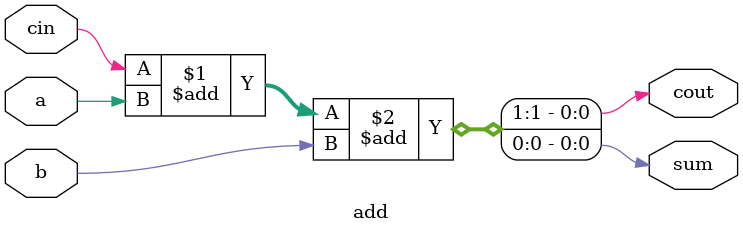
<source format=v>
module top_module( 
    input [99:0] a, b,
    input cin,
    output [99:0] cout,
    output [99:0] sum );

    genvar i;
    generate
        for(i = 0; i<$bits(sum); i++) 
        begin:gen
             add adder(
             .cin((i==0)?cin:cout[i-1]),
             .a(a[i]),
             .b(b[i]),
             .cout(cout[i]),
             .sum(sum[i])
    );
        end
    endgenerate

endmodule

module add(
    input cin,
    input a,
    input b,
    output sum,
    output cout
);
    assign {cout,sum}=cin+a+b;
   
endmodule
</source>
